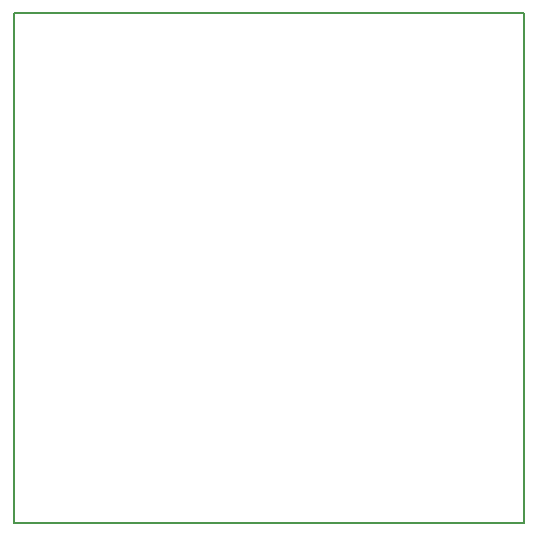
<source format=gm1>
G04 #@! TF.GenerationSoftware,KiCad,Pcbnew,(5.0.0-rc2-dev-720-g9704891c8)*
G04 #@! TF.CreationDate,2018-06-11T17:06:42-04:00*
G04 #@! TF.ProjectId,HeadboardDriver,48656164626F6172644472697665722E,rev?*
G04 #@! TF.SameCoordinates,Original*
G04 #@! TF.FileFunction,Profile,NP*
%FSLAX46Y46*%
G04 Gerber Fmt 4.6, Leading zero omitted, Abs format (unit mm)*
G04 Created by KiCad (PCBNEW (5.0.0-rc2-dev-720-g9704891c8)) date Mon Jun 11 17:06:42 2018*
%MOMM*%
%LPD*%
G01*
G04 APERTURE LIST*
%ADD10C,0.150000*%
G04 APERTURE END LIST*
D10*
X142748000Y-111760000D02*
X142748000Y-68580000D01*
X143256000Y-111760000D02*
X142748000Y-111760000D01*
X144780000Y-111760000D02*
X143256000Y-111760000D01*
X185928000Y-111760000D02*
X144780000Y-111760000D01*
X185928000Y-68580000D02*
X185928000Y-111760000D01*
X142748000Y-68580000D02*
X185928000Y-68580000D01*
M02*

</source>
